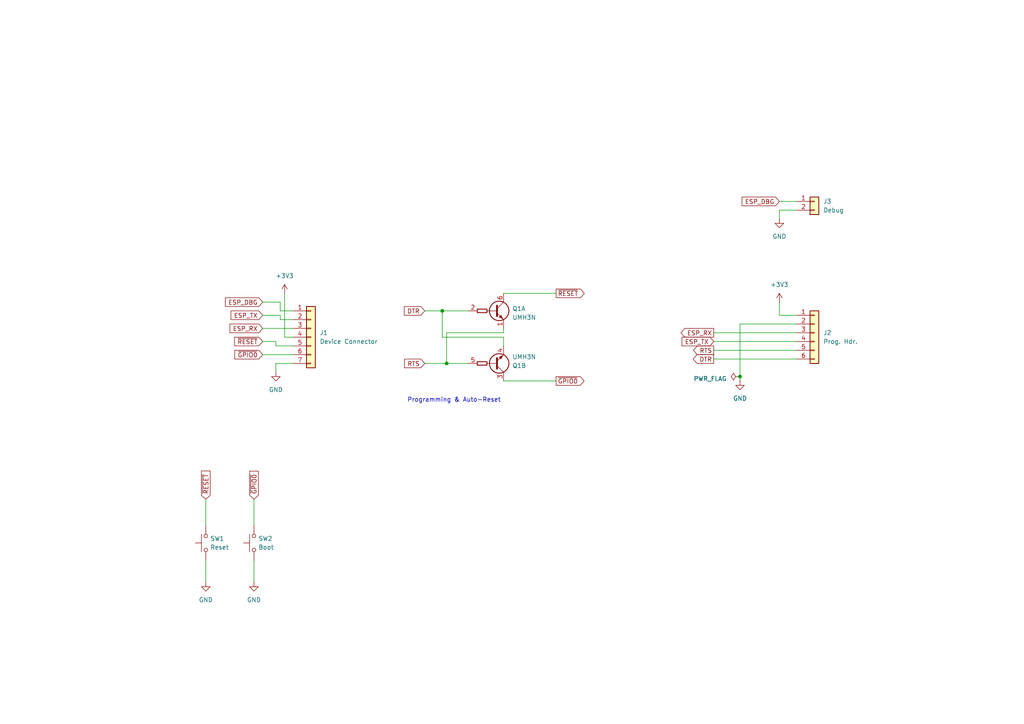
<source format=kicad_sch>
(kicad_sch (version 20231120) (generator "eeschema") (generator_version "8.0")
  (paper "A4")
  (title_block (company "chof.org"))
  (lib_symbols
    (symbol "Connector_Generic:Conn_01x02" (pin_names (offset 1.016) hide)
      (property "Reference" "J" (at 0 2.54 0))
      (property "Value" "Conn_01x02" (at 0 -5.08 0))
      (symbol "Conn_01x02_1_1"
        (rectangle (start -1.27 -2.413) (end 0 -2.667) (stroke (width 0.1524)))
        (rectangle (start -1.27 0.127) (end 0 -0.127) (stroke (width 0.1524)))
        (rectangle (start -1.27 1.27) (end 1.27 -3.81) (stroke (width 0.254)) (fill (type background)))
        (pin passive line (at -5.08 0 0) (length 3.81) (name "Pin_1") (number "1"))
        (pin passive line (at -5.08 -2.54 0) (length 3.81) (name "Pin_2") (number "2"))
      )
    )
    (symbol "Connector_Generic:Conn_01x06" (pin_names (offset 1.016) hide)
      (property "Reference" "J" (at 0 7.62 0))
      (property "Value" "Conn_01x06" (at 0 -10.16 0))
      (symbol "Conn_01x06_1_1"
        (rectangle (start -1.27 -7.493) (end 0 -7.747) (stroke (width 0.1524)))
        (rectangle (start -1.27 -4.953) (end 0 -5.207) (stroke (width 0.1524)))
        (rectangle (start -1.27 -2.413) (end 0 -2.667) (stroke (width 0.1524)))
        (rectangle (start -1.27 0.127) (end 0 -0.127) (stroke (width 0.1524)))
        (rectangle (start -1.27 2.667) (end 0 2.413) (stroke (width 0.1524)))
        (rectangle (start -1.27 5.207) (end 0 4.953) (stroke (width 0.1524)))
        (rectangle (start -1.27 6.35) (end 1.27 -8.89) (stroke (width 0.254)) (fill (type background)))
        (pin passive line (at -5.08 5.08 0) (length 3.81) (name "Pin_1") (number "1"))
        (pin passive line (at -5.08 2.54 0) (length 3.81) (name "Pin_2") (number "2"))
        (pin passive line (at -5.08 0 0) (length 3.81) (name "Pin_3") (number "3"))
        (pin passive line (at -5.08 -2.54 0) (length 3.81) (name "Pin_4") (number "4"))
        (pin passive line (at -5.08 -5.08 0) (length 3.81) (name "Pin_5") (number "5"))
        (pin passive line (at -5.08 -7.62 0) (length 3.81) (name "Pin_6") (number "6"))
      )
    )
    (symbol "Connector_Generic:Conn_01x07" (pin_names (offset 1.016) hide)
      (property "Reference" "J" (at 0 10.16 0))
      (property "Value" "Conn_01x07" (at 0 -10.16 0))
      (symbol "Conn_01x07_1_1"
        (rectangle (start -1.27 -7.493) (end 0 -7.747) (stroke (width 0.1524)))
        (rectangle (start -1.27 -4.953) (end 0 -5.207) (stroke (width 0.1524)))
        (rectangle (start -1.27 -2.413) (end 0 -2.667) (stroke (width 0.1524)))
        (rectangle (start -1.27 0.127) (end 0 -0.127) (stroke (width 0.1524)))
        (rectangle (start -1.27 2.667) (end 0 2.413) (stroke (width 0.1524)))
        (rectangle (start -1.27 5.207) (end 0 4.953) (stroke (width 0.1524)))
        (rectangle (start -1.27 7.747) (end 0 7.493) (stroke (width 0.1524)))
        (rectangle (start -1.27 8.89) (end 1.27 -8.89) (stroke (width 0.254)) (fill (type background)))
        (pin passive line (at -5.08 7.62 0) (length 3.81) (name "Pin_1") (number "1"))
        (pin passive line (at -5.08 5.08 0) (length 3.81) (name "Pin_2") (number "2"))
        (pin passive line (at -5.08 2.54 0) (length 3.81) (name "Pin_3") (number "3"))
        (pin passive line (at -5.08 0 0) (length 3.81) (name "Pin_4") (number "4"))
        (pin passive line (at -5.08 -2.54 0) (length 3.81) (name "Pin_5") (number "5"))
        (pin passive line (at -5.08 -5.08 0) (length 3.81) (name "Pin_6") (number "6"))
        (pin passive line (at -5.08 -7.62 0) (length 3.81) (name "Pin_7") (number "7"))
      )
    )
    (symbol "Switch:SW_Push" (pin_numbers hide) (pin_names (offset 1.016) hide)
      (property "Reference" "SW" (at 1.27 2.54 0))
      (property "Value" "SW_Push" (at 0 -1.524 0))
      (symbol "SW_Push_0_1"
        (circle (center -2.032 0) (radius 0.508))
        (polyline (pts (xy 0 1.27) (xy 0 3.048)))
        (polyline (pts (xy 2.54 1.27) (xy -2.54 1.27)))
        (circle (center 2.032 0) (radius 0.508))
        (pin passive line (at -5.08 0 0) (length 2.54) (name "1") (number "1"))
        (pin passive line (at 5.08 0 180) (length 2.54) (name "2") (number "2"))
      )
    )
    (symbol "Transistor_BJT:UMH3N" (pin_names hide)
      (property "Reference" "Q" (at 7.62 1.27 0))
      (property "Value" "UMH3N" (at 7.62 -1.27 0))
      (symbol "UMH3N_0_1"
        (polyline (pts (xy 3.175 0) (xy 0.254 0)))
        (polyline (pts (xy 3.175 0.635) (xy 5.08 2.54)))
        (polyline (pts (xy 3.175 1.524) (xy 3.175 -1.524)) (stroke (width 0.508)))
        (polyline (pts (xy 3.175 -0.635) (xy 5.08 -2.54) (xy 5.08 -2.54)))
        (polyline (pts (xy 3.81 -1.778) (xy 4.318 -1.27) (xy 4.826 -2.286) (xy 3.81 -1.778) (xy 3.81 -1.778)) (fill (type outline)))
        (rectangle (start 0.254 0.508) (end -2.54 -0.508) (stroke (width 0.254)))
        (circle (center 3.81 0) (radius 2.8194) (stroke (width 0.254)))
      )
      (symbol "UMH3N_1_1"
        (pin passive line (at 5.08 -5.08 90) (length 2.54) (name "E1") (number "1"))
        (pin input line (at -5.08 0 0) (length 2.54) (name "B1") (number "2"))
        (pin passive line (at 5.08 5.08 270) (length 2.54) (name "C1") (number "6"))
      )
      (symbol "UMH3N_2_1"
        (pin passive line (at 5.08 5.08 270) (length 2.54) (name "C2") (number "3"))
        (pin passive line (at 5.08 -5.08 90) (length 2.54) (name "E2") (number "4"))
        (pin input line (at -5.08 0 0) (length 2.54) (name "B2") (number "5"))
      )
    )
    (symbol "power:+3V3" (power) (pin_numbers hide) (pin_names (offset 0) hide)
      (property "Value" "+3V3" (at 0 3.556 0))
      (symbol "+3V3_0_1"
        (polyline (pts (xy -0.762 1.27) (xy 0 2.54)))
        (polyline (pts (xy 0 0) (xy 0 2.54)))
        (polyline (pts (xy 0 2.54) (xy 0.762 1.27)))
      )
      (symbol "+3V3_1_1"
        (pin power_in line (at 0 0 90) (length 0) (name "~") (number "1"))
      )
    )
    (symbol "power:GND" (power) (pin_numbers hide) (pin_names (offset 0) hide)
      (property "Value" "GND" (at 0 -3.81 0))
      (symbol "GND_0_1"
        (polyline (pts (xy 0 0) (xy 0 -1.27) (xy 1.27 -1.27) (xy 0 -2.54) (xy -1.27 -1.27) (xy 0 -1.27)))
      )
      (symbol "GND_1_1"
        (pin power_in line (at 0 0 270) (length 0) (name "~") (number "1"))
      )
    )
    (symbol "power:PWR_FLAG" (power) (pin_numbers hide) (pin_names (offset 0) hide)
      (property "Value" "PWR_FLAG" (at 0 3.81 0))
      (symbol "PWR_FLAG_0_0"
        (pin power_out line (at 0 0 90) (length 0) (name "~") (number "1"))
      )
      (symbol "PWR_FLAG_0_1"
        (polyline (pts (xy 0 0) (xy 0 1.27) (xy -1.016 1.905) (xy 0 2.54) (xy 1.016 1.905) (xy 0 1.27)))
      )
    )
  )
  (junction (at 129.54 105.41))
  (junction (at 128.27 90.17))
  (junction (at 214.63 109.22))
  (wire (pts (xy 146.05 85.09) (xy 161.29 85.09)))
  (wire (pts (xy 207.01 104.14) (xy 231.14 104.14)))
  (wire (pts (xy 129.54 96.52) (xy 129.54 105.41)))
  (wire (pts (xy 214.63 93.98) (xy 231.14 93.98)))
  (wire (pts (xy 59.69 144.78) (xy 59.69 152.4)))
  (wire (pts (xy 76.2 91.44) (xy 81.28 91.44)))
  (wire (pts (xy 85.09 105.41) (xy 80.01 105.41)))
  (wire (pts (xy 146.05 110.49) (xy 161.29 110.49)))
  (wire (pts (xy 73.66 162.56) (xy 73.66 168.91)))
  (wire (pts (xy 59.69 162.56) (xy 59.69 168.91)))
  (wire (pts (xy 123.19 90.17) (xy 128.27 90.17)))
  (wire (pts (xy 214.63 93.98) (xy 214.63 109.22)))
  (wire (pts (xy 123.19 105.41) (xy 129.54 105.41)))
  (wire (pts (xy 226.06 58.42) (xy 231.14 58.42)))
  (wire (pts (xy 73.66 144.78) (xy 73.66 152.4)))
  (wire (pts (xy 146.05 97.79) (xy 146.05 100.33)))
  (wire (pts (xy 146.05 95.25) (xy 146.05 96.52)))
  (wire (pts (xy 226.06 60.96) (xy 226.06 63.5)))
  (wire (pts (xy 128.27 90.17) (xy 128.27 97.79)))
  (wire (pts (xy 226.06 91.44) (xy 231.14 91.44)))
  (wire (pts (xy 76.2 99.06) (xy 80.01 99.06)))
  (wire (pts (xy 76.2 102.87) (xy 85.09 102.87)))
  (wire (pts (xy 81.28 91.44) (xy 81.28 92.71)))
  (wire (pts (xy 76.2 95.25) (xy 85.09 95.25)))
  (wire (pts (xy 226.06 87.63) (xy 226.06 91.44)))
  (wire (pts (xy 207.01 99.06) (xy 231.14 99.06)))
  (wire (pts (xy 128.27 97.79) (xy 146.05 97.79)))
  (wire (pts (xy 214.63 109.22) (xy 214.63 110.49)))
  (wire (pts (xy 82.55 85.09) (xy 82.55 97.79)))
  (wire (pts (xy 76.2 87.63) (xy 81.28 87.63)))
  (wire (pts (xy 128.27 90.17) (xy 135.89 90.17)))
  (wire (pts (xy 129.54 96.52) (xy 146.05 96.52)))
  (wire (pts (xy 207.01 96.52) (xy 231.14 96.52)))
  (wire (pts (xy 81.28 90.17) (xy 85.09 90.17)))
  (wire (pts (xy 207.01 101.6) (xy 231.14 101.6)))
  (wire (pts (xy 80.01 105.41) (xy 80.01 107.95)))
  (wire (pts (xy 81.28 87.63) (xy 81.28 90.17)))
  (wire (pts (xy 80.01 99.06) (xy 80.01 100.33)))
  (wire (pts (xy 82.55 97.79) (xy 85.09 97.79)))
  (wire (pts (xy 80.01 100.33) (xy 85.09 100.33)))
  (wire (pts (xy 81.28 92.71) (xy 85.09 92.71)))
  (wire (pts (xy 231.14 60.96) (xy 226.06 60.96)))
  (wire (pts (xy 129.54 105.41) (xy 135.89 105.41)))
  (text "Programming & Auto-Reset" (at 118.11 116.84 0) (effects (font (size 1.27 1.27)) (justify left bottom)))
  (global_label "ESP_TX" (shape input) (at 207.01 99.06 180) (property "Intersheetrefs" "${INTERSHEET_REFS}" (effects (hide yes))))
  (global_label "RTS" (shape output) (at 207.01 101.6 180) (property "Intersheetrefs" "${INTERSHEET_REFS}" (effects (hide yes))))
  (global_label "RTS" (shape input) (at 123.19 105.41 180) (property "Intersheetrefs" "${INTERSHEET_REFS}" (effects (hide yes))))
  (global_label "~{GPIO0}" (shape output) (at 161.29 110.49 0) (property "Intersheetrefs" "${INTERSHEET_REFS}" (effects (hide yes))))
  (global_label "~{RESET}" (shape input) (at 76.2 99.06 180) (property "Intersheetrefs" "${INTERSHEET_REFS}" (effects (hide yes))))
  (global_label "DTR" (shape output) (at 207.01 104.14 180) (property "Intersheetrefs" "${INTERSHEET_REFS}" (effects (hide yes))))
  (global_label "~{GPIO0}" (shape input) (at 76.2 102.87 180) (property "Intersheetrefs" "${INTERSHEET_REFS}" (effects (hide yes))))
  (global_label "DTR" (shape input) (at 123.19 90.17 180) (property "Intersheetrefs" "${INTERSHEET_REFS}" (effects (hide yes))))
  (global_label "ESP_DBG" (shape input) (at 76.2 87.63 180) (property "Intersheetrefs" "${INTERSHEET_REFS}" (effects (hide yes))))
  (global_label "ESP_DBG" (shape input) (at 226.06 58.42 180) (property "Intersheetrefs" "${INTERSHEET_REFS}" (effects (hide yes))))
  (global_label "ESP_RX" (shape input) (at 76.2 95.25 180) (property "Intersheetrefs" "${INTERSHEET_REFS}" (effects (hide yes))))
  (global_label "~{RESET}" (shape input) (at 59.69 144.78 90) (property "Intersheetrefs" "${INTERSHEET_REFS}" (effects (hide yes))))
  (global_label "ESP_TX" (shape input) (at 76.2 91.44 180) (property "Intersheetrefs" "${INTERSHEET_REFS}" (effects (hide yes))))
  (global_label "~{GPIO0}" (shape input) (at 73.66 144.78 90) (property "Intersheetrefs" "${INTERSHEET_REFS}" (effects (hide yes))))
  (global_label "~{RESET}" (shape output) (at 161.29 85.09 0) (property "Intersheetrefs" "${INTERSHEET_REFS}" (effects (hide yes))))
  (global_label "ESP_RX" (shape output) (at 207.01 96.52 180) (property "Intersheetrefs" "${INTERSHEET_REFS}" (effects (hide yes))))
  (symbol (lib_id "Connector_Generic:Conn_01x07") (at 90.17 97.79 0) (unit 1)
    (property "Reference" "J1" (at 92.71 96.5199 0) (effects (justify left)))
    (property "Value" "Device Connector" (at 92.71 99.0599 0) (effects (justify left)))
    (property "Footprint" "Connector_PinHeader_1.27mm:PinHeader_1x07_P1.27mm_Vertical" (effects (hide yes)))
    (property "Description" "Generic connector, single row, 01x07, script generated (kicad-library-utils/schlib/autogen/connector/)" (effects (hide yes)))
  )
  (symbol (lib_id "Connector_Generic:Conn_01x06") (at 236.22 96.52 0) (unit 1)
    (property "Reference" "J2" (at 238.76 96.5199 0) (effects (justify left)))
    (property "Value" "Prog. Hdr." (at 238.76 99.0599 0) (effects (justify left)))
    (property "Footprint" "Connector_PinSocket_2.54mm:PinSocket_1x06_P2.54mm_Horizontal" (effects (hide yes)))
    (property "Description" "Generic connector, single row, 01x06, script generated (kicad-library-utils/schlib/autogen/connector/)" (effects (hide yes)))
  )
  (symbol (lib_id "power:PWR_FLAG") (at 214.63 109.22 90) (unit 1)
    (property "Reference" "#FLG01" (effects (hide yes)))
    (property "Value" "PWR_FLAG" (at 210.82 109.855 90) (effects (justify left)))
    (property "Description" "Special symbol for telling ERC where power comes from" (effects (hide yes)))
  )
  (symbol (lib_id "power:+3V3") (at 226.06 87.63 0) (unit 1)
    (property "Reference" "#PWR04" (effects (hide yes)))
    (property "Value" "+3V3" (at 226.06 82.55 0))
    (property "Description" "Power symbol creates a global label with name \"+3V3\"" (effects (hide yes)))
  )
  (symbol (lib_id "Switch:SW_Push") (at 73.66 157.48 90) (unit 1)
    (property "Reference" "SW2" (at 74.93 156.2099 90) (effects (justify right)))
    (property "Value" "Boot" (at 74.93 158.7499 90) (effects (justify right)))
    (property "Footprint" "Button_Switch_THT:SW_PUSH_6mm" (effects (hide yes)))
    (property "Description" "Push button switch, generic, two pins" (effects (hide yes)))
  )
  (symbol (lib_id "power:GND") (at 80.01 107.95 0) (unit 1)
    (property "Reference" "#PWR01" (effects (hide yes)))
    (property "Value" "GND" (at 80.01 113.03 0))
    (property "Description" "Power symbol creates a global label with name \"GND\" , ground" (effects (hide yes)))
  )
  (symbol (lib_id "power:+3V3") (at 82.55 85.09 0) (unit 1)
    (property "Reference" "#PWR02" (effects (hide yes)))
    (property "Value" "+3V3" (at 82.55 80.01 0))
    (property "Description" "Power symbol creates a global label with name \"+3V3\"" (effects (hide yes)))
  )
  (symbol (lib_id "Switch:SW_Push") (at 59.69 157.48 90) (unit 1)
    (property "Reference" "SW1" (at 60.96 156.2099 90) (effects (justify right)))
    (property "Value" "Reset" (at 60.96 158.7499 90) (effects (justify right)))
    (property "Footprint" "Button_Switch_THT:SW_PUSH_6mm" (effects (hide yes)))
    (property "Description" "Push button switch, generic, two pins" (effects (hide yes)))
  )
  (symbol (lib_id "power:GND") (at 73.66 168.91 0) (unit 1)
    (property "Reference" "#PWR07" (effects (hide yes)))
    (property "Value" "GND" (at 73.66 173.99 0))
    (property "Description" "Power symbol creates a global label with name \"GND\" , ground" (effects (hide yes)))
  )
  (symbol (lib_id "Connector_Generic:Conn_01x02") (at 236.22 58.42 0) (unit 1)
    (property "Reference" "J3" (at 238.76 58.4199 0) (effects (justify left)))
    (property "Value" "Debug" (at 238.76 60.9599 0) (effects (justify left)))
    (property "Footprint" "Connector_PinSocket_2.54mm:PinSocket_1x02_P2.54mm_Vertical" (effects (hide yes)))
    (property "Description" "Generic connector, single row, 01x02, script generated (kicad-library-utils/schlib/autogen/connector/)" (effects (hide yes)))
  )
  (symbol (lib_id "power:GND") (at 59.69 168.91 0) (unit 1)
    (property "Reference" "#PWR06" (effects (hide yes)))
    (property "Value" "GND" (at 59.69 173.99 0))
    (property "Description" "Power symbol creates a global label with name \"GND\" , ground" (effects (hide yes)))
  )
  (symbol (lib_id "Transistor_BJT:UMH3N") (at 140.97 105.41 0) (mirror x) (unit 2)
    (property "Reference" "Q1" (at 148.59 106.045 0) (effects (justify left)))
    (property "Value" "UMH3N" (at 148.59 103.505 0) (effects (justify left)))
    (property "Footprint" "Package_TO_SOT_SMD:SOT-363_SC-70-6" (effects (hide yes)))
    (property "Datasheet" "http://rohmfs.rohm.com/en/products/databook/datasheet/discrete/transistor/digital/emh3t2r-e.pdf" (effects (hide yes)))
    (property "Description" "0.1A Ic, 50V Vce, Dual NPN Input Resistor Transistors, SOT-363" (effects (hide yes)))
  )
  (symbol (lib_id "power:GND") (at 214.63 110.49 0) (unit 1)
    (property "Reference" "#PWR03" (effects (hide yes)))
    (property "Value" "GND" (at 214.63 115.57 0))
    (property "Description" "Power symbol creates a global label with name \"GND\" , ground" (effects (hide yes)))
  )
  (symbol (lib_id "power:GND") (at 226.06 63.5 0) (unit 1)
    (property "Reference" "#PWR05" (effects (hide yes)))
    (property "Value" "GND" (at 226.06 68.58 0))
    (property "Description" "Power symbol creates a global label with name \"GND\" , ground" (effects (hide yes)))
  )
  (symbol (lib_id "Transistor_BJT:UMH3N") (at 140.97 90.17 0) (unit 1)
    (property "Reference" "Q1" (at 148.59 89.535 0) (effects (justify left)))
    (property "Value" "UMH3N" (at 148.59 92.075 0) (effects (justify left)))
    (property "Footprint" "Package_TO_SOT_SMD:SOT-363_SC-70-6" (effects (hide yes)))
    (property "Datasheet" "http://rohmfs.rohm.com/en/products/databook/datasheet/discrete/transistor/digital/emh3t2r-e.pdf" (effects (hide yes)))
    (property "Description" "0.1A Ic, 50V Vce, Dual NPN Input Resistor Transistors, SOT-363" (effects (hide yes)))
  )
)
</source>
